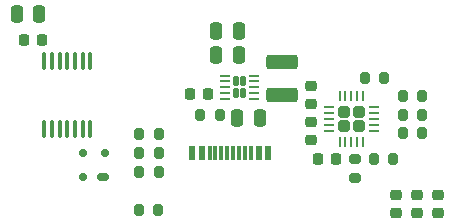
<source format=gbr>
%TF.GenerationSoftware,KiCad,Pcbnew,9.0.0*%
%TF.CreationDate,2025-06-13T20:30:42+03:00*%
%TF.ProjectId,BLE_sensors,424c455f-7365-46e7-936f-72732e6b6963,rev?*%
%TF.SameCoordinates,Original*%
%TF.FileFunction,Paste,Bot*%
%TF.FilePolarity,Positive*%
%FSLAX46Y46*%
G04 Gerber Fmt 4.6, Leading zero omitted, Abs format (unit mm)*
G04 Created by KiCad (PCBNEW 9.0.0) date 2025-06-13 20:30:42*
%MOMM*%
%LPD*%
G01*
G04 APERTURE LIST*
G04 Aperture macros list*
%AMRoundRect*
0 Rectangle with rounded corners*
0 $1 Rounding radius*
0 $2 $3 $4 $5 $6 $7 $8 $9 X,Y pos of 4 corners*
0 Add a 4 corners polygon primitive as box body*
4,1,4,$2,$3,$4,$5,$6,$7,$8,$9,$2,$3,0*
0 Add four circle primitives for the rounded corners*
1,1,$1+$1,$2,$3*
1,1,$1+$1,$4,$5*
1,1,$1+$1,$6,$7*
1,1,$1+$1,$8,$9*
0 Add four rect primitives between the rounded corners*
20,1,$1+$1,$2,$3,$4,$5,0*
20,1,$1+$1,$4,$5,$6,$7,0*
20,1,$1+$1,$6,$7,$8,$9,0*
20,1,$1+$1,$8,$9,$2,$3,0*%
G04 Aperture macros list end*
%ADD10RoundRect,0.218750X-0.256250X0.218750X-0.256250X-0.218750X0.256250X-0.218750X0.256250X0.218750X0*%
%ADD11RoundRect,0.200000X0.200000X0.275000X-0.200000X0.275000X-0.200000X-0.275000X0.200000X-0.275000X0*%
%ADD12RoundRect,0.225000X0.225000X0.250000X-0.225000X0.250000X-0.225000X-0.250000X0.225000X-0.250000X0*%
%ADD13RoundRect,0.200000X-0.200000X-0.275000X0.200000X-0.275000X0.200000X0.275000X-0.200000X0.275000X0*%
%ADD14RoundRect,0.250000X1.075000X-0.375000X1.075000X0.375000X-1.075000X0.375000X-1.075000X-0.375000X0*%
%ADD15R,0.600000X1.240000*%
%ADD16R,0.300000X1.240000*%
%ADD17RoundRect,0.225000X-0.250000X0.225000X-0.250000X-0.225000X0.250000X-0.225000X0.250000X0.225000X0*%
%ADD18RoundRect,0.100000X-0.100000X0.637500X-0.100000X-0.637500X0.100000X-0.637500X0.100000X0.637500X0*%
%ADD19RoundRect,0.200000X-0.275000X0.200000X-0.275000X-0.200000X0.275000X-0.200000X0.275000X0.200000X0*%
%ADD20RoundRect,0.250000X-0.255000X0.255000X-0.255000X-0.255000X0.255000X-0.255000X0.255000X0.255000X0*%
%ADD21RoundRect,0.062500X-0.062500X0.350000X-0.062500X-0.350000X0.062500X-0.350000X0.062500X0.350000X0*%
%ADD22RoundRect,0.062500X-0.350000X0.062500X-0.350000X-0.062500X0.350000X-0.062500X0.350000X0.062500X0*%
%ADD23RoundRect,0.250000X0.250000X0.475000X-0.250000X0.475000X-0.250000X-0.475000X0.250000X-0.475000X0*%
%ADD24RoundRect,0.225000X0.250000X-0.225000X0.250000X0.225000X-0.250000X0.225000X-0.250000X-0.225000X0*%
%ADD25RoundRect,0.175000X0.325000X-0.175000X0.325000X0.175000X-0.325000X0.175000X-0.325000X-0.175000X0*%
%ADD26RoundRect,0.150000X0.150000X-0.200000X0.150000X0.200000X-0.150000X0.200000X-0.150000X-0.200000X0*%
%ADD27RoundRect,0.120000X0.120000X0.285000X-0.120000X0.285000X-0.120000X-0.285000X0.120000X-0.285000X0*%
%ADD28RoundRect,0.062500X0.350000X0.062500X-0.350000X0.062500X-0.350000X-0.062500X0.350000X-0.062500X0*%
G04 APERTURE END LIST*
D10*
%TO.C,D2*%
X156270000Y-89665000D03*
X156270000Y-91240000D03*
%TD*%
D11*
%TO.C,R9*%
X134395000Y-84520000D03*
X132745000Y-84520000D03*
%TD*%
D10*
%TO.C,D1*%
X154470000Y-89665000D03*
X154470000Y-91240000D03*
%TD*%
D12*
%TO.C,C11*%
X138590000Y-81160000D03*
X137040000Y-81160000D03*
%TD*%
D13*
%TO.C,R13*%
X132715000Y-90960000D03*
X134365000Y-90960000D03*
%TD*%
%TO.C,R11*%
X132745000Y-87720000D03*
X134395000Y-87720000D03*
%TD*%
D14*
%TO.C,L1*%
X144870000Y-81230000D03*
X144870000Y-78430000D03*
%TD*%
D12*
%TO.C,C7*%
X149415000Y-86680000D03*
X147865000Y-86680000D03*
%TD*%
D13*
%TO.C,R6*%
X155065000Y-82890000D03*
X156715000Y-82890000D03*
%TD*%
%TO.C,R5*%
X155055000Y-84440000D03*
X156705000Y-84440000D03*
%TD*%
D15*
%TO.C,J3*%
X143662000Y-86145000D03*
X142862000Y-86145000D03*
D16*
X141712000Y-86145000D03*
X140712000Y-86145000D03*
X140212000Y-86145000D03*
X139212000Y-86145000D03*
D15*
X138062000Y-86145000D03*
X137262000Y-86145000D03*
X137262000Y-86145000D03*
X138062000Y-86145000D03*
D16*
X138712000Y-86145000D03*
X139712000Y-86145000D03*
X141212000Y-86145000D03*
X142212000Y-86145000D03*
D15*
X142862000Y-86145000D03*
X143662000Y-86145000D03*
%TD*%
D11*
%TO.C,R8*%
X134395000Y-86170000D03*
X132745000Y-86170000D03*
%TD*%
D17*
%TO.C,C9*%
X147295000Y-83525000D03*
X147295000Y-85075000D03*
%TD*%
D10*
%TO.C,D3*%
X158080000Y-89685000D03*
X158080000Y-91260000D03*
%TD*%
D18*
%TO.C,U7*%
X124730000Y-78387500D03*
X125380000Y-78387500D03*
X126030000Y-78387500D03*
X126680000Y-78387500D03*
X127330000Y-78387500D03*
X127980000Y-78387500D03*
X128630000Y-78387500D03*
X128630000Y-84112500D03*
X127980000Y-84112500D03*
X127330000Y-84112500D03*
X126680000Y-84112500D03*
X126030000Y-84112500D03*
X125380000Y-84112500D03*
X124730000Y-84112500D03*
%TD*%
D13*
%TO.C,TH1*%
X151840000Y-79820000D03*
X153490000Y-79820000D03*
%TD*%
D19*
%TO.C,R3*%
X150990000Y-86645000D03*
X150990000Y-88295000D03*
%TD*%
D20*
%TO.C,U5*%
X151350000Y-82632500D03*
X150100000Y-82632500D03*
X151350000Y-83882500D03*
X150100000Y-83882500D03*
D21*
X149725000Y-81320000D03*
X150225000Y-81320000D03*
X150725000Y-81320000D03*
X151225000Y-81320000D03*
X151725000Y-81320000D03*
D22*
X152662500Y-82257500D03*
X152662500Y-82757500D03*
X152662500Y-83257500D03*
X152662500Y-83757500D03*
X152662500Y-84257500D03*
D21*
X151725000Y-85195000D03*
X151225000Y-85195000D03*
X150725000Y-85195000D03*
X150225000Y-85195000D03*
X149725000Y-85195000D03*
D22*
X148787500Y-84257500D03*
X148787500Y-83757500D03*
X148787500Y-83257500D03*
X148787500Y-82757500D03*
X148787500Y-82257500D03*
%TD*%
D23*
%TO.C,C17*%
X124290000Y-74330000D03*
X122390000Y-74330000D03*
%TD*%
%TO.C,C12*%
X141190000Y-77860000D03*
X139290000Y-77860000D03*
%TD*%
D13*
%TO.C,R7*%
X155065000Y-81290000D03*
X156715000Y-81290000D03*
%TD*%
D23*
%TO.C,C13*%
X141180000Y-75800000D03*
X139280000Y-75800000D03*
%TD*%
D12*
%TO.C,C16*%
X124555000Y-76580000D03*
X123005000Y-76580000D03*
%TD*%
D24*
%TO.C,C8*%
X147300000Y-81995000D03*
X147300000Y-80445000D03*
%TD*%
D25*
%TO.C,D4*%
X129700000Y-88130000D03*
D26*
X128000000Y-88130000D03*
X128000000Y-86130000D03*
X129900000Y-86130000D03*
%TD*%
D27*
%TO.C,U3*%
X141557500Y-81080000D03*
X141557500Y-80080000D03*
X140957500Y-81080000D03*
X140957500Y-80080000D03*
D28*
X142470000Y-79580000D03*
X142470000Y-80080000D03*
X142470000Y-80580000D03*
X142470000Y-81080000D03*
X142470000Y-81580000D03*
X140045000Y-81580000D03*
X140045000Y-81080000D03*
X140045000Y-80580000D03*
X140045000Y-80080000D03*
X140045000Y-79580000D03*
%TD*%
D13*
%TO.C,R4*%
X152625000Y-86660000D03*
X154275000Y-86660000D03*
%TD*%
D23*
%TO.C,C10*%
X142970000Y-83160000D03*
X141070000Y-83160000D03*
%TD*%
D13*
%TO.C,R12*%
X137915000Y-82930000D03*
X139565000Y-82930000D03*
%TD*%
M02*

</source>
